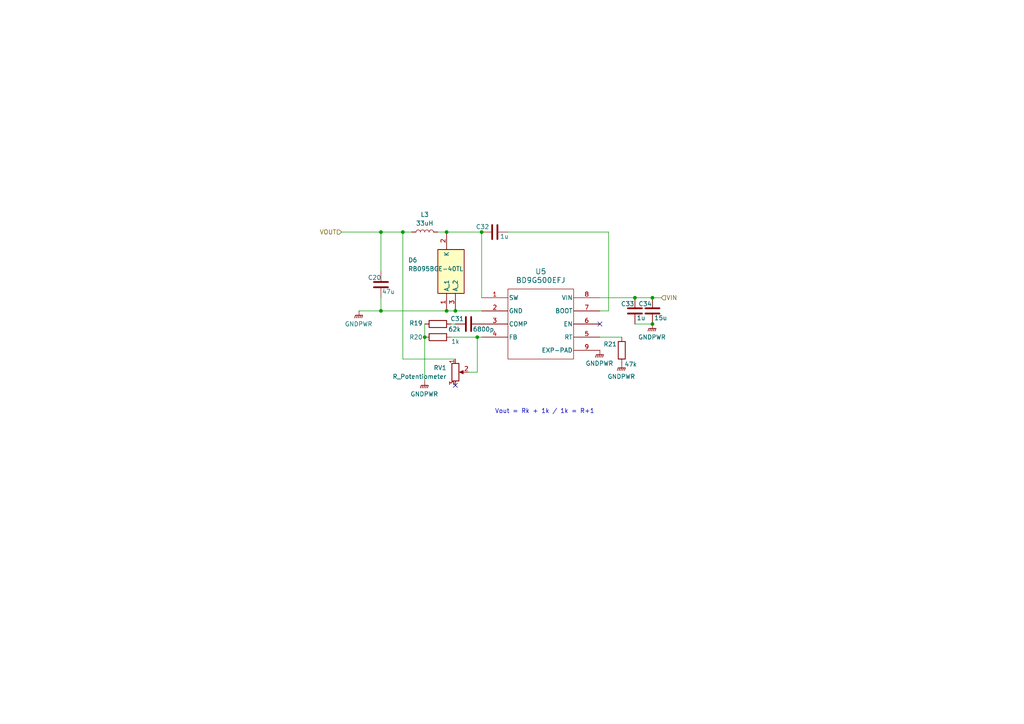
<source format=kicad_sch>
(kicad_sch (version 20250114) (generator "eeschema") (generator_version "9.0")
  (paper "A4")
  (lib_symbols
    (symbol "2025-08-07_11-28-52:BD9G500EFJ" (pin_names (offset 0.254))
      (property "Reference" "U" (at 0 23.114 0))
      (property "Value" "BD9G500EFJ" (at 0 25.654 0))
      (symbol "BD9G500EFJ_0_1"
        (pin unspecified line (at -16.51 17.78 0) (length 7.62) (name "SW") (number "1"))
        (pin unspecified line (at -16.51 13.97 0) (length 7.62) (name "GND") (number "2"))
        (pin unspecified line (at -16.51 10.16 0) (length 7.62) (name "COMP") (number "3"))
        (pin unspecified line (at -16.51 6.35 0) (length 7.62) (name "FB") (number "4"))
        (pin unspecified line (at 17.78 17.78 180) (length 7.62) (name "VIN") (number "8"))
        (pin unspecified line (at 17.78 13.97 180) (length 7.62) (name "BOOT") (number "7"))
        (pin unspecified line (at 17.78 10.16 180) (length 7.62) (name "EN") (number "6"))
        (pin unspecified line (at 17.78 6.35 180) (length 7.62) (name "RT") (number "5"))
        (pin unspecified line (at 17.78 2.54 180) (length 7.62) (name "EXP-PAD") (number "9"))
      )
      (symbol "BD9G500EFJ_1_1"
        (rectangle (start -8.89 20.32) (end 10.16 0))
      )
    )
    (symbol "Device:C" (pin_numbers (hide yes)) (pin_names (offset 0.254))
      (property "Reference" "C" (at 0.635 2.54 0))
      (property "Value" "C" (at 0.635 -2.54 0))
      (symbol "C_0_1"
        (polyline (pts (xy -2.032 0.762) (xy 2.032 0.762)) (stroke (width 0.508)))
        (polyline (pts (xy -2.032 -0.762) (xy 2.032 -0.762)) (stroke (width 0.508)))
      )
      (symbol "C_1_1"
        (pin passive line (at 0 3.81 270) (length 2.794) (name "~") (number "1"))
        (pin passive line (at 0 -3.81 90) (length 2.794) (name "~") (number "2"))
      )
    )
    (symbol "Device:L" (pin_numbers (hide yes)) (pin_names (offset 1.016) (hide yes))
      (property "Reference" "L" (at -1.27 0 90))
      (property "Value" "L" (at 1.905 0 90))
      (symbol "L_0_1"
        (arc (start 0 2.54) (mid 0.6323 1.905) (end 0 1.27))
        (arc (start 0 1.27) (mid 0.6323 0.635) (end 0 0))
        (arc (start 0 0) (mid 0.6323 -0.635) (end 0 -1.27))
        (arc (start 0 -1.27) (mid 0.6323 -1.905) (end 0 -2.54))
      )
      (symbol "L_1_1"
        (pin passive line (at 0 3.81 270) (length 1.27) (name "1") (number "1"))
        (pin passive line (at 0 -3.81 90) (length 1.27) (name "2") (number "2"))
      )
    )
    (symbol "Device:R" (pin_numbers (hide yes)) (pin_names (offset 0))
      (property "Reference" "R" (at 2.032 0 90))
      (property "Value" "R" (at 0 0 90))
      (symbol "R_0_1"
        (rectangle (start -1.016 -2.54) (end 1.016 2.54) (stroke (width 0.254)))
      )
      (symbol "R_1_1"
        (pin passive line (at 0 3.81 270) (length 1.27) (name "~") (number "1"))
        (pin passive line (at 0 -3.81 90) (length 1.27) (name "~") (number "2"))
      )
    )
    (symbol "Device:R_Potentiometer" (pin_names (offset 1.016) (hide yes))
      (property "Reference" "RV" (at -4.445 0 90))
      (property "Value" "R_Potentiometer" (at -2.54 0 90))
      (symbol "R_Potentiometer_0_1"
        (rectangle (start 1.016 2.54) (end -1.016 -2.54) (stroke (width 0.254)))
        (polyline (pts (xy 1.143 0) (xy 2.286 0.508) (xy 2.286 -0.508) (xy 1.143 0)) (fill (type outline)))
        (polyline (pts (xy 2.54 0) (xy 1.524 0)))
      )
      (symbol "R_Potentiometer_1_1"
        (pin passive line (at 0 3.81 270) (length 1.27) (name "1") (number "1"))
        (pin passive line (at 0 -3.81 90) (length 1.27) (name "3") (number "3"))
        (pin passive line (at 3.81 0 180) (length 1.27) (name "2") (number "2"))
      )
    )
    (symbol "RB095BGE-40TL:RB095BGE-40TL"
      (property "Reference" "D" (at 19.05 7.62 0))
      (property "Value" "RB095BGE-40TL" (at 19.05 5.08 0))
      (symbol "RB095BGE-40TL_1_1"
        (rectangle (start 5.08 2.54) (end 17.78 -5.08) (stroke (width 0.254)) (fill (type background)))
        (pin passive line (at 0 0 0) (length 5.08) (name "A_1") (number "1"))
        (pin passive line (at 0 -2.54 0) (length 5.08) (name "A_2") (number "3"))
        (pin passive line (at 22.86 0 180) (length 5.08) (name "K") (number "2"))
      )
    )
    (symbol "power:GNDPWR" (power) (pin_numbers (hide yes)) (pin_names (offset 0) (hide yes))
      (property "Value" "GNDPWR" (at 0 -3.302 0))
      (symbol "GNDPWR_0_1"
        (polyline (pts (xy -1.016 -1.27) (xy -1.27 -2.032) (xy -1.27 -2.032)) (stroke (width 0.2032)))
        (polyline (pts (xy -0.508 -1.27) (xy -0.762 -2.032) (xy -0.762 -2.032)) (stroke (width 0.2032)))
        (polyline (pts (xy 0 -1.27) (xy 0 0)))
        (polyline (pts (xy 0 -1.27) (xy -0.254 -2.032) (xy -0.254 -2.032)) (stroke (width 0.2032)))
        (polyline (pts (xy 0.508 -1.27) (xy 0.254 -2.032) (xy 0.254 -2.032)) (stroke (width 0.2032)))
        (polyline (pts (xy 1.016 -1.27) (xy -1.016 -1.27) (xy -1.016 -1.27)) (stroke (width 0.2032)))
        (polyline (pts (xy 1.016 -1.27) (xy 0.762 -2.032) (xy 0.762 -2.032) (xy 0.762 -2.032)) (stroke (width 0.2032)))
      )
      (symbol "GNDPWR_1_1"
        (pin power_in line (at 0 0 270) (length 0) (name "~") (number "1"))
      )
    )
  )
  (text "Vout = Rk + 1k / 1k = R+1" (at 157.988 119.38 0) (effects (font (size 1.27 1.27))))
  (junction (at 110.49 90.17))
  (junction (at 138.43 97.79))
  (junction (at 184.15 86.36))
  (junction (at 129.54 67.31))
  (junction (at 189.23 86.36))
  (junction (at 189.23 93.98))
  (junction (at 132.08 90.17))
  (junction (at 139.7 67.31))
  (junction (at 116.84 67.31))
  (junction (at 123.19 97.79))
  (junction (at 129.54 90.17))
  (junction (at 110.49 67.31))
  (no_connect (at 132.08 111.76))
  (no_connect (at 173.99 93.98))
  (wire (pts (xy 110.49 90.17) (xy 129.54 90.17)))
  (wire (pts (xy 184.15 86.36) (xy 189.23 86.36)))
  (wire (pts (xy 129.54 67.31) (xy 139.7 67.31)))
  (wire (pts (xy 123.19 93.98) (xy 123.19 97.79)))
  (wire (pts (xy 110.49 86.36) (xy 110.49 90.17)))
  (wire (pts (xy 104.14 90.17) (xy 110.49 90.17)))
  (wire (pts (xy 116.84 67.31) (xy 116.84 104.14)))
  (wire (pts (xy 110.49 67.31) (xy 116.84 67.31)))
  (wire (pts (xy 138.43 107.95) (xy 135.89 107.95)))
  (wire (pts (xy 147.32 67.31) (xy 176.53 67.31)))
  (wire (pts (xy 138.43 97.79) (xy 139.7 97.79)))
  (wire (pts (xy 127 67.31) (xy 129.54 67.31)))
  (wire (pts (xy 99.06 67.31) (xy 110.49 67.31)))
  (wire (pts (xy 139.7 86.36) (xy 139.7 67.31)))
  (wire (pts (xy 173.99 90.17) (xy 176.53 90.17)))
  (wire (pts (xy 129.54 90.17) (xy 132.08 90.17)))
  (wire (pts (xy 130.81 93.98) (xy 132.08 93.98)))
  (wire (pts (xy 138.43 97.79) (xy 138.43 107.95)))
  (wire (pts (xy 110.49 78.74) (xy 110.49 67.31)))
  (wire (pts (xy 173.99 97.79) (xy 180.34 97.79)))
  (wire (pts (xy 116.84 67.31) (xy 119.38 67.31)))
  (wire (pts (xy 189.23 86.36) (xy 191.77 86.36)))
  (wire (pts (xy 116.84 104.14) (xy 132.08 104.14)))
  (wire (pts (xy 176.53 90.17) (xy 176.53 67.31)))
  (wire (pts (xy 138.43 97.79) (xy 130.81 97.79)))
  (wire (pts (xy 173.99 86.36) (xy 184.15 86.36)))
  (wire (pts (xy 123.19 97.79) (xy 123.19 110.49)))
  (wire (pts (xy 132.08 90.17) (xy 139.7 90.17)))
  (wire (pts (xy 184.15 93.98) (xy 189.23 93.98)))
  (hierarchical_label "VOUT" (shape input) (at 99.06 67.31 180))
  (hierarchical_label "VIN" (shape input) (at 191.77 86.36 0))
  (symbol (lib_id "Device:C") (at 135.89 93.98 90) (unit 1)
    (property "Reference" "C31" (at 132.588 92.456 90))
    (property "Value" "6800p" (at 140.208 95.504 90))
    (property "Footprint" "Capacitor_SMD:C_0603_1608Metric" (effects (hide yes)))
    (property "Description" "Unpolarized capacitor" (effects (hide yes)))
  )
  (symbol (lib_id "RB095BGE-40TL:RB095BGE-40TL") (at 129.54 90.17 90) (unit 1)
    (property "Reference" "D6" (at 118.364 75.438 90) (effects (justify right)))
    (property "Value" "RB095BGE-40TL" (at 118.364 77.978 90) (effects (justify right)))
    (property "Footprint" "RB095BGE:RD3P175SNFRATL" (effects (hide yes)))
    (property "Datasheet" "https://fscdn.rohm.com/en/products/databook/datasheet/discrete/diode/schottky_barrier/rb095bge-40tl-e.pdf" (effects (hide yes)))
    (property "Description" "40V, 6A, TO-252 (DPAK), Schottky Barrier Diode" (effects (hide yes)))
    (property "Manufacturer_Name" "ROHM Semiconductor" (effects (hide yes)))
    (property "Manufacturer_Part_Number" "RB095BGE-40TL" (effects (hide yes)))
    (property "Mouser Part Number" "755-RB095BGE-40TL" (effects (hide yes)))
    (property "Mouser Price/Stock" "https://www.mouser.co.uk/ProductDetail/ROHM-Semiconductor/RB095BGE-40TL?qs=rrS6PyfT74cqNVRHPjAxlA%3D%3D" (effects (hide yes)))
  )
  (symbol (lib_id "power:GNDPWR") (at 180.34 105.41 0) (unit 1)
    (property "Reference" "#PWR051" (effects (hide yes)))
    (property "Value" "GNDPWR" (at 180.213 109.22 0))
    (property "Description" "Power symbol creates a global label with name \"GNDPWR\" , global ground" (effects (hide yes)))
  )
  (symbol (lib_id "power:GNDPWR") (at 123.19 110.49 0) (unit 1)
    (property "Reference" "#PWR050" (effects (hide yes)))
    (property "Value" "GNDPWR" (at 123.063 114.3 0))
    (property "Description" "Power symbol creates a global label with name \"GNDPWR\" , global ground" (effects (hide yes)))
  )
  (symbol (lib_id "Device:R") (at 180.34 101.6 0) (unit 1)
    (property "Reference" "R21" (at 175.006 99.822 0) (effects (justify left)))
    (property "Value" "47k" (at 181.102 105.664 0) (effects (justify left)))
    (property "Footprint" "Resistor_SMD:R_0603_1608Metric" (effects (hide yes)))
    (property "Description" "Resistor" (effects (hide yes)))
  )
  (symbol (lib_id "power:GNDPWR") (at 173.99 101.6 0) (unit 1)
    (property "Reference" "#PWR076" (effects (hide yes)))
    (property "Value" "GNDPWR" (at 173.863 105.41 0))
    (property "Description" "Power symbol creates a global label with name \"GNDPWR\" , global ground" (effects (hide yes)))
  )
  (symbol (lib_id "power:GNDPWR") (at 104.14 90.17 0) (unit 1)
    (property "Reference" "#PWR077" (effects (hide yes)))
    (property "Value" "GNDPWR" (at 104.013 93.98 0))
    (property "Description" "Power symbol creates a global label with name \"GNDPWR\" , global ground" (effects (hide yes)))
  )
  (symbol (lib_id "Device:C") (at 143.51 67.31 90) (unit 1)
    (property "Reference" "C32" (at 139.954 65.786 90))
    (property "Value" "1u" (at 146.304 68.58 90))
    (property "Footprint" "Capacitor_SMD:C_0603_1608Metric" (effects (hide yes)))
    (property "Description" "Unpolarized capacitor" (effects (hide yes)))
  )
  (symbol (lib_id "Device:R") (at 127 93.98 90) (unit 1)
    (property "Reference" "R19" (at 120.65 93.726 90))
    (property "Value" "62k" (at 131.826 95.504 90))
    (property "Footprint" "Resistor_SMD:R_0603_1608Metric" (effects (hide yes)))
    (property "Description" "Resistor" (effects (hide yes)))
  )
  (symbol (lib_id "power:GNDPWR") (at 189.23 93.98 0) (unit 1)
    (property "Reference" "#PWR052" (effects (hide yes)))
    (property "Value" "GNDPWR" (at 189.103 97.79 0))
    (property "Description" "Power symbol creates a global label with name \"GNDPWR\" , global ground" (effects (hide yes)))
  )
  (symbol (lib_id "Device:R_Potentiometer") (at 132.08 107.95 0) (unit 1)
    (property "Reference" "RV1" (at 129.54 106.6799 0) (effects (justify right)))
    (property "Value" "R_Potentiometer" (at 129.54 109.2199 0) (effects (justify right)))
    (property "Footprint" "Potentiometer_THT:Potentiometer_Bourns_3386P_Vertical" (effects (hide yes)))
    (property "Description" "Potentiometer" (effects (hide yes)))
  )
  (symbol (lib_id "Device:L") (at 123.19 67.31 90) (unit 1)
    (property "Reference" "L3" (at 123.19 62.23 90))
    (property "Value" "33uH" (at 123.19 64.77 90))
    (property "Footprint" "L33uH2:IND_CSEB0660H-330M" (effects (hide yes)))
    (property "Description" "Inductor" (effects (hide yes)))
  )
  (symbol (lib_id "2025-08-07_11-28-52:BD9G500EFJ") (at 156.21 104.14 0) (unit 1)
    (property "Reference" "U5" (at 156.845 78.74 0) (effects (font (size 1.524 1.524))))
    (property "Value" "BD9G500EFJ" (at 156.845 81.28 0) (effects (font (size 1.524 1.524))))
    (property "Footprint" "BD9G500EFJ:HTSOP-J8" (effects (hide yes)))
    (property "Datasheet" "Unknown" (effects (hide yes)))
  )
  (symbol (lib_id "Device:C") (at 184.15 90.17 0) (unit 1)
    (property "Reference" "C33" (at 180.086 88.138 0) (effects (justify left)))
    (property "Value" "1u" (at 184.658 92.202 0) (effects (justify left)))
    (property "Footprint" "Capacitor_SMD:C_0603_1608Metric" (effects (hide yes)))
    (property "Description" "Unpolarized capacitor" (effects (hide yes)))
  )
  (symbol (lib_id "Device:C") (at 189.23 90.17 0) (unit 1)
    (property "Reference" "C34" (at 185.166 88.138 0) (effects (justify left)))
    (property "Value" "15u" (at 189.738 92.202 0) (effects (justify left)))
    (property "Footprint" "Capacitor_SMD:C_2220_5750Metric" (effects (hide yes)))
    (property "Description" "Unpolarized capacitor" (effects (hide yes)))
  )
  (symbol (lib_id "Device:C") (at 110.49 82.55 180) (unit 1)
    (property "Reference" "C20" (at 106.68 80.518 0) (effects (justify right)))
    (property "Value" "47u" (at 110.744 84.582 0) (effects (justify right)))
    (property "Footprint" "Capacitor_SMD:C_1206_3216Metric" (effects (hide yes)))
    (property "Description" "Unpolarized capacitor" (effects (hide yes)))
  )
  (symbol (lib_id "Device:R") (at 127 97.79 90) (unit 1)
    (property "Reference" "R20" (at 120.65 97.79 90))
    (property "Value" "1k" (at 132.08 99.06 90))
    (property "Footprint" "Resistor_SMD:R_0603_1608Metric" (effects (hide yes)))
    (property "Description" "Resistor" (effects (hide yes)))
  )
)
</source>
